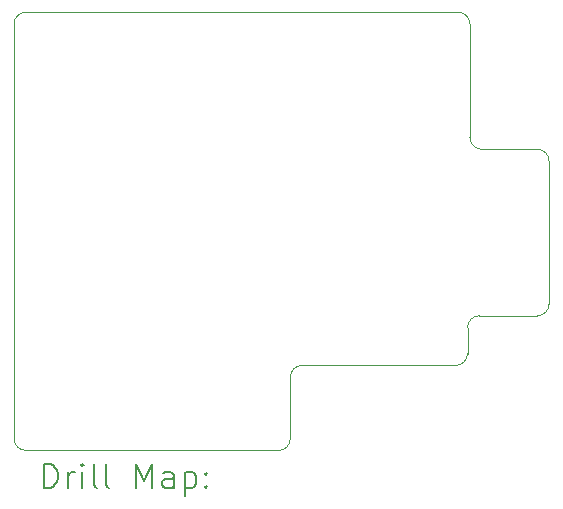
<source format=gbr>
%TF.GenerationSoftware,KiCad,Pcbnew,7.0.8*%
%TF.CreationDate,2024-04-19T19:41:27-04:00*%
%TF.ProjectId,programmer,70726f67-7261-46d6-9d65-722e6b696361,rev?*%
%TF.SameCoordinates,Original*%
%TF.FileFunction,Drillmap*%
%TF.FilePolarity,Positive*%
%FSLAX45Y45*%
G04 Gerber Fmt 4.5, Leading zero omitted, Abs format (unit mm)*
G04 Created by KiCad (PCBNEW 7.0.8) date 2024-04-19 19:41:27*
%MOMM*%
%LPD*%
G01*
G04 APERTURE LIST*
%ADD10C,0.100000*%
%ADD11C,0.200000*%
G04 APERTURE END LIST*
D10*
X9800000Y-6290000D02*
X13460000Y-6290000D01*
X9700000Y-9900000D02*
X9700000Y-6390000D01*
X14130000Y-8860000D02*
X13640000Y-8860000D01*
X14130000Y-8860000D02*
G75*
G03*
X14230000Y-8760000I0J100000D01*
G01*
X13560000Y-7350000D02*
G75*
G03*
X13660000Y-7450000I100000J0D01*
G01*
X13560000Y-6390000D02*
X13560000Y-7350000D01*
X13660000Y-7450000D02*
X14130000Y-7450000D01*
X11940000Y-10000000D02*
G75*
G03*
X12040000Y-9900000I0J100000D01*
G01*
X13560000Y-6390000D02*
G75*
G03*
X13460000Y-6290000I-100000J0D01*
G01*
X14230000Y-7550000D02*
X14230000Y-8760000D01*
X13440000Y-9280000D02*
G75*
G03*
X13540000Y-9180000I0J100000D01*
G01*
X13640000Y-8860000D02*
G75*
G03*
X13540000Y-8960000I0J-100000D01*
G01*
X9800000Y-6290000D02*
G75*
G03*
X9700000Y-6390000I0J-100000D01*
G01*
X13540000Y-8960000D02*
X13540000Y-9180000D01*
X13440000Y-9280000D02*
X12140000Y-9280000D01*
X11940000Y-10000000D02*
X9800000Y-10000000D01*
X14230000Y-7550000D02*
G75*
G03*
X14130000Y-7450000I-100000J0D01*
G01*
X12040000Y-9380000D02*
X12040000Y-9900000D01*
X12140000Y-9280000D02*
G75*
G03*
X12040000Y-9380000I0J-100000D01*
G01*
X9700000Y-9900000D02*
G75*
G03*
X9800000Y-10000000I100000J0D01*
G01*
D11*
X9955777Y-10316484D02*
X9955777Y-10116484D01*
X9955777Y-10116484D02*
X10003396Y-10116484D01*
X10003396Y-10116484D02*
X10031967Y-10126008D01*
X10031967Y-10126008D02*
X10051015Y-10145055D01*
X10051015Y-10145055D02*
X10060539Y-10164103D01*
X10060539Y-10164103D02*
X10070063Y-10202198D01*
X10070063Y-10202198D02*
X10070063Y-10230770D01*
X10070063Y-10230770D02*
X10060539Y-10268865D01*
X10060539Y-10268865D02*
X10051015Y-10287912D01*
X10051015Y-10287912D02*
X10031967Y-10306960D01*
X10031967Y-10306960D02*
X10003396Y-10316484D01*
X10003396Y-10316484D02*
X9955777Y-10316484D01*
X10155777Y-10316484D02*
X10155777Y-10183150D01*
X10155777Y-10221246D02*
X10165301Y-10202198D01*
X10165301Y-10202198D02*
X10174824Y-10192674D01*
X10174824Y-10192674D02*
X10193872Y-10183150D01*
X10193872Y-10183150D02*
X10212920Y-10183150D01*
X10279586Y-10316484D02*
X10279586Y-10183150D01*
X10279586Y-10116484D02*
X10270063Y-10126008D01*
X10270063Y-10126008D02*
X10279586Y-10135531D01*
X10279586Y-10135531D02*
X10289110Y-10126008D01*
X10289110Y-10126008D02*
X10279586Y-10116484D01*
X10279586Y-10116484D02*
X10279586Y-10135531D01*
X10403396Y-10316484D02*
X10384348Y-10306960D01*
X10384348Y-10306960D02*
X10374824Y-10287912D01*
X10374824Y-10287912D02*
X10374824Y-10116484D01*
X10508158Y-10316484D02*
X10489110Y-10306960D01*
X10489110Y-10306960D02*
X10479586Y-10287912D01*
X10479586Y-10287912D02*
X10479586Y-10116484D01*
X10736729Y-10316484D02*
X10736729Y-10116484D01*
X10736729Y-10116484D02*
X10803396Y-10259341D01*
X10803396Y-10259341D02*
X10870063Y-10116484D01*
X10870063Y-10116484D02*
X10870063Y-10316484D01*
X11051015Y-10316484D02*
X11051015Y-10211722D01*
X11051015Y-10211722D02*
X11041491Y-10192674D01*
X11041491Y-10192674D02*
X11022444Y-10183150D01*
X11022444Y-10183150D02*
X10984348Y-10183150D01*
X10984348Y-10183150D02*
X10965301Y-10192674D01*
X11051015Y-10306960D02*
X11031967Y-10316484D01*
X11031967Y-10316484D02*
X10984348Y-10316484D01*
X10984348Y-10316484D02*
X10965301Y-10306960D01*
X10965301Y-10306960D02*
X10955777Y-10287912D01*
X10955777Y-10287912D02*
X10955777Y-10268865D01*
X10955777Y-10268865D02*
X10965301Y-10249817D01*
X10965301Y-10249817D02*
X10984348Y-10240293D01*
X10984348Y-10240293D02*
X11031967Y-10240293D01*
X11031967Y-10240293D02*
X11051015Y-10230770D01*
X11146253Y-10183150D02*
X11146253Y-10383150D01*
X11146253Y-10192674D02*
X11165301Y-10183150D01*
X11165301Y-10183150D02*
X11203396Y-10183150D01*
X11203396Y-10183150D02*
X11222443Y-10192674D01*
X11222443Y-10192674D02*
X11231967Y-10202198D01*
X11231967Y-10202198D02*
X11241491Y-10221246D01*
X11241491Y-10221246D02*
X11241491Y-10278389D01*
X11241491Y-10278389D02*
X11231967Y-10297436D01*
X11231967Y-10297436D02*
X11222443Y-10306960D01*
X11222443Y-10306960D02*
X11203396Y-10316484D01*
X11203396Y-10316484D02*
X11165301Y-10316484D01*
X11165301Y-10316484D02*
X11146253Y-10306960D01*
X11327205Y-10297436D02*
X11336729Y-10306960D01*
X11336729Y-10306960D02*
X11327205Y-10316484D01*
X11327205Y-10316484D02*
X11317682Y-10306960D01*
X11317682Y-10306960D02*
X11327205Y-10297436D01*
X11327205Y-10297436D02*
X11327205Y-10316484D01*
X11327205Y-10192674D02*
X11336729Y-10202198D01*
X11336729Y-10202198D02*
X11327205Y-10211722D01*
X11327205Y-10211722D02*
X11317682Y-10202198D01*
X11317682Y-10202198D02*
X11327205Y-10192674D01*
X11327205Y-10192674D02*
X11327205Y-10211722D01*
M02*

</source>
